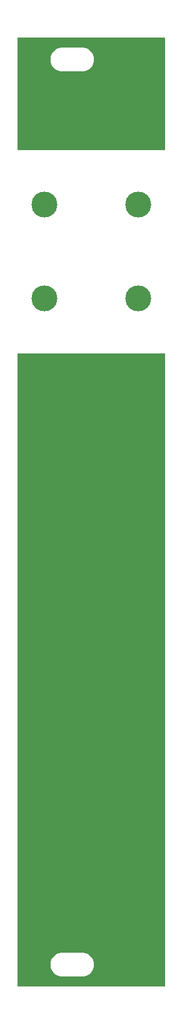
<source format=gbr>
%TF.GenerationSoftware,KiCad,Pcbnew,6.0.11-2627ca5db0~126~ubuntu22.04.1*%
%TF.CreationDate,2024-04-26T14:23:43+02:00*%
%TF.ProjectId,OTBreakOut_AntennaPanel,4f544272-6561-46b4-9f75-745f416e7465,rev?*%
%TF.SameCoordinates,Original*%
%TF.FileFunction,Copper,L1,Top*%
%TF.FilePolarity,Positive*%
%FSLAX46Y46*%
G04 Gerber Fmt 4.6, Leading zero omitted, Abs format (unit mm)*
G04 Created by KiCad (PCBNEW 6.0.11-2627ca5db0~126~ubuntu22.04.1) date 2024-04-26 14:23:43*
%MOMM*%
%LPD*%
G01*
G04 APERTURE LIST*
%TA.AperFunction,WasherPad*%
%ADD10C,3.500000*%
%TD*%
G04 APERTURE END LIST*
D10*
%TO.P,REF\u002A\u002A,*%
%TO.N,*%
X106350000Y-69150000D03*
X106350000Y-81850000D03*
X93650000Y-69150000D03*
X93650000Y-81850000D03*
%TD*%
%TA.AperFunction,NonConductor*%
G36*
X109941121Y-89270002D02*
G01*
X109987614Y-89323658D01*
X109999000Y-89376000D01*
X109999000Y-97823015D01*
X109990173Y-173521690D01*
X109990015Y-174873015D01*
X109970005Y-174941133D01*
X109916344Y-174987620D01*
X109864015Y-174999000D01*
X108991000Y-174999000D01*
X90135859Y-174980126D01*
X90067758Y-174960056D01*
X90021319Y-174906354D01*
X90009985Y-174854141D01*
X90009840Y-173604298D01*
X90009667Y-172119978D01*
X94499000Y-172119978D01*
X94534764Y-172357255D01*
X94605492Y-172586551D01*
X94709606Y-172802745D01*
X94844778Y-173001006D01*
X95007990Y-173176907D01*
X95195596Y-173326517D01*
X95403404Y-173446496D01*
X95407793Y-173448219D01*
X95407796Y-173448220D01*
X95523062Y-173493458D01*
X95626774Y-173534162D01*
X95631366Y-173535210D01*
X95631369Y-173535211D01*
X95832599Y-173581140D01*
X95860714Y-173587557D01*
X95865407Y-173587909D01*
X95865409Y-173587909D01*
X95980016Y-173596497D01*
X96100000Y-173605489D01*
X96100000Y-173602049D01*
X96109917Y-173601000D01*
X98786261Y-173601000D01*
X98800000Y-173602218D01*
X98800000Y-173605489D01*
X98940404Y-173594967D01*
X99034591Y-173587909D01*
X99034593Y-173587909D01*
X99039286Y-173587557D01*
X99067401Y-173581140D01*
X99268631Y-173535211D01*
X99268634Y-173535210D01*
X99273226Y-173534162D01*
X99376938Y-173493458D01*
X99492204Y-173448220D01*
X99492207Y-173448219D01*
X99496596Y-173446496D01*
X99704404Y-173326517D01*
X99892010Y-173176907D01*
X100055222Y-173001006D01*
X100190394Y-172802745D01*
X100294508Y-172586551D01*
X100365236Y-172357255D01*
X100401000Y-172119978D01*
X100401000Y-171880022D01*
X100365236Y-171642745D01*
X100294508Y-171413449D01*
X100190394Y-171197256D01*
X100055222Y-170998994D01*
X99892010Y-170823093D01*
X99704404Y-170673483D01*
X99496596Y-170553504D01*
X99492207Y-170551781D01*
X99492204Y-170551780D01*
X99376938Y-170506542D01*
X99273226Y-170465838D01*
X99268634Y-170464790D01*
X99268631Y-170464789D01*
X99043878Y-170413491D01*
X99043877Y-170413491D01*
X99039286Y-170412443D01*
X99034593Y-170412091D01*
X99034591Y-170412091D01*
X98919984Y-170403503D01*
X98800000Y-170394511D01*
X98800000Y-170397951D01*
X98790083Y-170399000D01*
X96113739Y-170399000D01*
X96100000Y-170397782D01*
X96100000Y-170394511D01*
X95959596Y-170405033D01*
X95865409Y-170412091D01*
X95865407Y-170412091D01*
X95860714Y-170412443D01*
X95856123Y-170413491D01*
X95856122Y-170413491D01*
X95631369Y-170464789D01*
X95631366Y-170464790D01*
X95626774Y-170465838D01*
X95523062Y-170506542D01*
X95407796Y-170551780D01*
X95407793Y-170551781D01*
X95403404Y-170553504D01*
X95195596Y-170673483D01*
X95007990Y-170823093D01*
X94844778Y-170998994D01*
X94709606Y-171197256D01*
X94605492Y-171413449D01*
X94534764Y-171642745D01*
X94499000Y-171880022D01*
X94499000Y-172119978D01*
X90009667Y-172119978D01*
X90001000Y-97823000D01*
X90001000Y-89376000D01*
X90021002Y-89307879D01*
X90074658Y-89261386D01*
X90127000Y-89250000D01*
X109873000Y-89250000D01*
X109941121Y-89270002D01*
G37*
%TD.AperFunction*%
%TA.AperFunction,NonConductor*%
G36*
X109941121Y-46521002D02*
G01*
X109987614Y-46574658D01*
X109999000Y-46627000D01*
X109999000Y-61624000D01*
X109978998Y-61692121D01*
X109925342Y-61738614D01*
X109873000Y-61750000D01*
X90127000Y-61750000D01*
X90058879Y-61729998D01*
X90012386Y-61676342D01*
X90001000Y-61624000D01*
X90001000Y-49619978D01*
X94499000Y-49619978D01*
X94534764Y-49857255D01*
X94605492Y-50086551D01*
X94709606Y-50302745D01*
X94844778Y-50501006D01*
X95007990Y-50676907D01*
X95195596Y-50826517D01*
X95403404Y-50946496D01*
X95407793Y-50948219D01*
X95407796Y-50948220D01*
X95523062Y-50993458D01*
X95626774Y-51034162D01*
X95631366Y-51035210D01*
X95631369Y-51035211D01*
X95832599Y-51081140D01*
X95860714Y-51087557D01*
X95865407Y-51087909D01*
X95865409Y-51087909D01*
X95980016Y-51096497D01*
X96100000Y-51105489D01*
X96100000Y-51102049D01*
X96109917Y-51101000D01*
X98786261Y-51101000D01*
X98800000Y-51102218D01*
X98800000Y-51105489D01*
X98940404Y-51094967D01*
X99034591Y-51087909D01*
X99034593Y-51087909D01*
X99039286Y-51087557D01*
X99067401Y-51081140D01*
X99268631Y-51035211D01*
X99268634Y-51035210D01*
X99273226Y-51034162D01*
X99376938Y-50993458D01*
X99492204Y-50948220D01*
X99492207Y-50948219D01*
X99496596Y-50946496D01*
X99704404Y-50826517D01*
X99892010Y-50676907D01*
X100055222Y-50501006D01*
X100190394Y-50302745D01*
X100294508Y-50086551D01*
X100365236Y-49857255D01*
X100401000Y-49619978D01*
X100401000Y-49380022D01*
X100365236Y-49142745D01*
X100294508Y-48913449D01*
X100190394Y-48697256D01*
X100055222Y-48498994D01*
X99892010Y-48323093D01*
X99704404Y-48173483D01*
X99496596Y-48053504D01*
X99492207Y-48051781D01*
X99492204Y-48051780D01*
X99376938Y-48006542D01*
X99273226Y-47965838D01*
X99268634Y-47964790D01*
X99268631Y-47964789D01*
X99043878Y-47913491D01*
X99043877Y-47913491D01*
X99039286Y-47912443D01*
X99034593Y-47912091D01*
X99034591Y-47912091D01*
X98919984Y-47903503D01*
X98800000Y-47894511D01*
X98800000Y-47897951D01*
X98790083Y-47899000D01*
X96113739Y-47899000D01*
X96100000Y-47897782D01*
X96100000Y-47894511D01*
X95959596Y-47905033D01*
X95865409Y-47912091D01*
X95865407Y-47912091D01*
X95860714Y-47912443D01*
X95856123Y-47913491D01*
X95856122Y-47913491D01*
X95631369Y-47964789D01*
X95631366Y-47964790D01*
X95626774Y-47965838D01*
X95523062Y-48006542D01*
X95407796Y-48051780D01*
X95407793Y-48051781D01*
X95403404Y-48053504D01*
X95195596Y-48173483D01*
X95007990Y-48323093D01*
X94844778Y-48498994D01*
X94709606Y-48697256D01*
X94605492Y-48913449D01*
X94534764Y-49142745D01*
X94499000Y-49380022D01*
X94499000Y-49619978D01*
X90001000Y-49619978D01*
X90001000Y-46627000D01*
X90021002Y-46558879D01*
X90074658Y-46512386D01*
X90127000Y-46501000D01*
X109873000Y-46501000D01*
X109941121Y-46521002D01*
G37*
%TD.AperFunction*%
M02*

</source>
